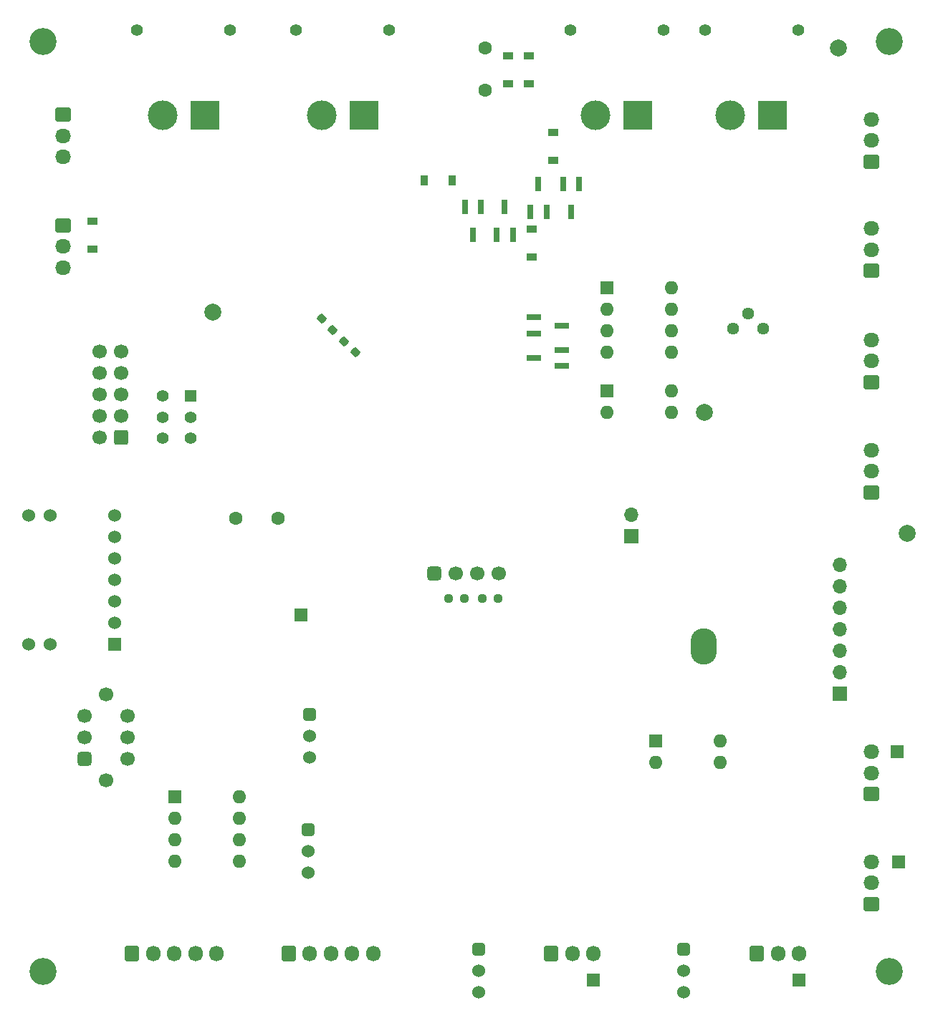
<source format=gbr>
%TF.GenerationSoftware,KiCad,Pcbnew,(6.0.11)*%
%TF.CreationDate,2023-12-12T02:53:41+09:00*%
%TF.ProjectId,Common_Control,436f6d6d-6f6e-45f4-936f-6e74726f6c2e,rev?*%
%TF.SameCoordinates,Original*%
%TF.FileFunction,Soldermask,Bot*%
%TF.FilePolarity,Negative*%
%FSLAX46Y46*%
G04 Gerber Fmt 4.6, Leading zero omitted, Abs format (unit mm)*
G04 Created by KiCad (PCBNEW (6.0.11)) date 2023-12-12 02:53:41*
%MOMM*%
%LPD*%
G01*
G04 APERTURE LIST*
G04 Aperture macros list*
%AMRoundRect*
0 Rectangle with rounded corners*
0 $1 Rounding radius*
0 $2 $3 $4 $5 $6 $7 $8 $9 X,Y pos of 4 corners*
0 Add a 4 corners polygon primitive as box body*
4,1,4,$2,$3,$4,$5,$6,$7,$8,$9,$2,$3,0*
0 Add four circle primitives for the rounded corners*
1,1,$1+$1,$2,$3*
1,1,$1+$1,$4,$5*
1,1,$1+$1,$6,$7*
1,1,$1+$1,$8,$9*
0 Add four rect primitives between the rounded corners*
20,1,$1+$1,$2,$3,$4,$5,0*
20,1,$1+$1,$4,$5,$6,$7,0*
20,1,$1+$1,$6,$7,$8,$9,0*
20,1,$1+$1,$8,$9,$2,$3,0*%
G04 Aperture macros list end*
%ADD10C,2.000000*%
%ADD11RoundRect,0.250000X-0.675000X0.600000X-0.675000X-0.600000X0.675000X-0.600000X0.675000X0.600000X0*%
%ADD12O,1.850000X1.700000*%
%ADD13RoundRect,0.425000X-0.425000X-0.425000X0.425000X-0.425000X0.425000X0.425000X-0.425000X0.425000X0*%
%ADD14C,1.700000*%
%ADD15C,1.400000*%
%ADD16R,3.500000X3.500000*%
%ADD17C,3.500000*%
%ADD18C,3.200000*%
%ADD19RoundRect,0.250000X0.675000X-0.600000X0.675000X0.600000X-0.675000X0.600000X-0.675000X-0.600000X0*%
%ADD20RoundRect,0.381000X-0.381000X-0.381000X0.381000X-0.381000X0.381000X0.381000X-0.381000X0.381000X0*%
%ADD21C,1.524000*%
%ADD22RoundRect,0.250000X-0.600000X-0.675000X0.600000X-0.675000X0.600000X0.675000X-0.600000X0.675000X0*%
%ADD23O,1.700000X1.850000*%
%ADD24C,1.600000*%
%ADD25R,1.700000X1.700000*%
%ADD26O,1.700000X1.700000*%
%ADD27RoundRect,0.425000X0.425000X0.425000X-0.425000X0.425000X-0.425000X-0.425000X0.425000X-0.425000X0*%
%ADD28R,1.400000X1.400000*%
%ADD29RoundRect,0.250000X0.600000X0.600000X-0.600000X0.600000X-0.600000X-0.600000X0.600000X-0.600000X0*%
%ADD30O,3.100000X4.300000*%
%ADD31R,1.600000X1.600000*%
%ADD32O,1.600000X1.600000*%
%ADD33R,1.524000X1.524000*%
%ADD34C,1.440000*%
%ADD35RoundRect,0.237500X-0.250000X-0.237500X0.250000X-0.237500X0.250000X0.237500X-0.250000X0.237500X0*%
%ADD36R,0.900000X1.200000*%
%ADD37R,1.500000X1.500000*%
%ADD38R,0.800000X1.800000*%
%ADD39R,1.800000X0.800000*%
%ADD40RoundRect,0.237500X-0.344715X0.008839X0.008839X-0.344715X0.344715X-0.008839X-0.008839X0.344715X0*%
%ADD41R,1.200000X0.900000*%
G04 APERTURE END LIST*
D10*
%TO.C,TP3*%
X196800000Y-96260000D03*
%TD*%
D11*
%TO.C,J20*%
X97100000Y-46720000D03*
D12*
X97100000Y-49220000D03*
X97100000Y-51720000D03*
%TD*%
D13*
%TO.C,U7*%
X140930000Y-100925000D03*
D14*
X143470000Y-100925000D03*
X146010000Y-100925000D03*
X148550000Y-100925000D03*
%TD*%
D15*
%TO.C,J5*%
X172940000Y-36735000D03*
X183940000Y-36735000D03*
D16*
X180940000Y-46735000D03*
D17*
X175940000Y-46735000D03*
%TD*%
D18*
%TO.C,H16*%
X94740000Y-38060000D03*
%TD*%
D19*
%TO.C,J19*%
X192590000Y-127060000D03*
D12*
X192590000Y-124560000D03*
X192590000Y-122060000D03*
%TD*%
D20*
%TO.C,SW16*%
X170440000Y-145410000D03*
D21*
X170440000Y-147950000D03*
X170440000Y-150490000D03*
%TD*%
D22*
%TO.C,J17*%
X179050000Y-145910000D03*
D23*
X181550000Y-145910000D03*
X184050000Y-145910000D03*
%TD*%
D15*
%TO.C,J2*%
X116820000Y-36735000D03*
X105820000Y-36735000D03*
D16*
X113820000Y-46735000D03*
D17*
X108820000Y-46735000D03*
%TD*%
D20*
%TO.C,SW7*%
X126220000Y-117610000D03*
D21*
X126220000Y-120150000D03*
X126220000Y-122690000D03*
%TD*%
D24*
%TO.C,C14*%
X146940000Y-43780000D03*
X146940000Y-38780000D03*
%TD*%
D25*
%TO.C,JP1*%
X164200000Y-96565000D03*
D26*
X164200000Y-94025000D03*
%TD*%
D10*
%TO.C,TP1*%
X114760000Y-70100000D03*
%TD*%
D19*
%TO.C,J9*%
X192590000Y-65170000D03*
D12*
X192590000Y-62670000D03*
X192590000Y-60170000D03*
%TD*%
D22*
%TO.C,J22*%
X105240000Y-145910000D03*
D23*
X107740000Y-145910000D03*
X110240000Y-145910000D03*
X112740000Y-145910000D03*
X115240000Y-145910000D03*
%TD*%
D14*
%TO.C,SW1*%
X102170000Y-125410000D03*
X102170000Y-115250000D03*
D27*
X99630000Y-122870000D03*
D14*
X99630000Y-120330000D03*
X99630000Y-117790000D03*
X104710000Y-122870000D03*
X104710000Y-120330000D03*
X104710000Y-117790000D03*
%TD*%
D19*
%TO.C,J10*%
X192590000Y-78350000D03*
D12*
X192590000Y-75850000D03*
X192590000Y-73350000D03*
%TD*%
D28*
%TO.C,SW5*%
X112180000Y-79972500D03*
D15*
X112180000Y-82472500D03*
X112180000Y-84972500D03*
X108880000Y-79972500D03*
X108880000Y-82472500D03*
X108880000Y-84972500D03*
%TD*%
D19*
%TO.C,J18*%
X192590000Y-140060000D03*
D12*
X192590000Y-137560000D03*
X192590000Y-135060000D03*
%TD*%
D29*
%TO.C,J7*%
X103937500Y-84850000D03*
D14*
X101397500Y-84850000D03*
X103937500Y-82310000D03*
X101397500Y-82310000D03*
X103937500Y-79770000D03*
X101397500Y-79770000D03*
X103937500Y-77230000D03*
X101397500Y-77230000D03*
X103937500Y-74690000D03*
X101397500Y-74690000D03*
%TD*%
D30*
%TO.C,U2*%
X172746007Y-109636712D03*
%TD*%
D25*
%TO.C,J1*%
X188840000Y-115210000D03*
D26*
X188840000Y-112670000D03*
X188840000Y-110130000D03*
X188840000Y-107590000D03*
X188840000Y-105050000D03*
X188840000Y-102510000D03*
X188840000Y-99970000D03*
%TD*%
D31*
%TO.C,U6*%
X161350000Y-67170000D03*
D32*
X161350000Y-69710000D03*
X161350000Y-72250000D03*
X161350000Y-74790000D03*
X168970000Y-74790000D03*
X168970000Y-72250000D03*
X168970000Y-69710000D03*
X168970000Y-67170000D03*
%TD*%
D20*
%TO.C,SW15*%
X146170000Y-145410000D03*
D21*
X146170000Y-147950000D03*
X146170000Y-150490000D03*
%TD*%
D19*
%TO.C,J11*%
X192590000Y-91360000D03*
D12*
X192590000Y-88860000D03*
X192590000Y-86360000D03*
%TD*%
D22*
%TO.C,J16*%
X154740000Y-145910000D03*
D23*
X157240000Y-145910000D03*
X159740000Y-145910000D03*
%TD*%
D31*
%TO.C,SW4*%
X167117428Y-120772700D03*
D32*
X167117428Y-123312700D03*
X174737428Y-123312700D03*
X174737428Y-120772700D03*
%TD*%
D10*
%TO.C,TP5*%
X188700000Y-38780000D03*
%TD*%
D31*
%TO.C,SW14*%
X161310000Y-79335000D03*
D32*
X161310000Y-81875000D03*
X168930000Y-81875000D03*
X168930000Y-79335000D03*
%TD*%
D15*
%TO.C,J4*%
X167990000Y-36735000D03*
X156990000Y-36735000D03*
D16*
X164990000Y-46735000D03*
D17*
X159990000Y-46735000D03*
%TD*%
D15*
%TO.C,J3*%
X124610000Y-36735000D03*
X135610000Y-36735000D03*
D16*
X132610000Y-46735000D03*
D17*
X127610000Y-46735000D03*
%TD*%
D11*
%TO.C,J21*%
X97070000Y-59790000D03*
D12*
X97070000Y-62290000D03*
X97070000Y-64790000D03*
%TD*%
D19*
%TO.C,J8*%
X192590000Y-52270000D03*
D12*
X192590000Y-49770000D03*
X192590000Y-47270000D03*
%TD*%
D31*
%TO.C,SW13*%
X110330000Y-127390000D03*
D32*
X110330000Y-129930000D03*
X110330000Y-132470000D03*
X110330000Y-135010000D03*
X117950000Y-135010000D03*
X117950000Y-132470000D03*
X117950000Y-129930000D03*
X117950000Y-127390000D03*
%TD*%
D21*
%TO.C,J6*%
X103190000Y-101705000D03*
X103190000Y-94085000D03*
D33*
X103190000Y-109325000D03*
D21*
X103190000Y-99165000D03*
X103190000Y-104245000D03*
X103190000Y-106785000D03*
X103190000Y-96625000D03*
X93030000Y-109325000D03*
X93030000Y-94085000D03*
X95570000Y-109325000D03*
X95570000Y-94085000D03*
%TD*%
D34*
%TO.C,RV1*%
X176203950Y-72005000D03*
X178000000Y-70208950D03*
X179796050Y-72005000D03*
%TD*%
D18*
%TO.C,H17*%
X194740000Y-148060000D03*
%TD*%
%TO.C,H15*%
X94740000Y-148060000D03*
%TD*%
D22*
%TO.C,J23*%
X123740000Y-145910000D03*
D23*
X126240000Y-145910000D03*
X128740000Y-145910000D03*
X131240000Y-145910000D03*
X133740000Y-145910000D03*
%TD*%
D20*
%TO.C,SW8*%
X126070000Y-131288000D03*
D21*
X126070000Y-133828000D03*
X126070000Y-136368000D03*
%TD*%
D10*
%TO.C,TP4*%
X172820000Y-81900000D03*
%TD*%
D18*
%TO.C,H14*%
X194740000Y-38060000D03*
%TD*%
D24*
%TO.C,C23*%
X117490000Y-94430000D03*
X122490000Y-94430000D03*
%TD*%
D35*
%TO.C,R62*%
X146647500Y-103940000D03*
X148472500Y-103940000D03*
%TD*%
D36*
%TO.C,D7*%
X139720000Y-54520000D03*
X143020000Y-54520000D03*
%TD*%
D37*
%TO.C,H10*%
X159750000Y-149030000D03*
%TD*%
D38*
%TO.C,Q10*%
X144540000Y-57640000D03*
X146440000Y-57640000D03*
X145490000Y-60940000D03*
%TD*%
D39*
%TO.C,Q19*%
X156040000Y-74520000D03*
X156040000Y-76420000D03*
X152740000Y-75470000D03*
%TD*%
D40*
%TO.C,R17*%
X130294765Y-73504765D03*
X131585235Y-74795235D03*
%TD*%
D37*
%TO.C,H13*%
X195600000Y-122020000D03*
%TD*%
D38*
%TO.C,Q12*%
X150210000Y-60940000D03*
X148310000Y-60940000D03*
X149260000Y-57640000D03*
%TD*%
%TO.C,Q7*%
X156180000Y-54910000D03*
X158080000Y-54910000D03*
X157130000Y-58210000D03*
%TD*%
D41*
%TO.C,D9*%
X152120000Y-43040000D03*
X152120000Y-39740000D03*
%TD*%
%TO.C,D8*%
X149620000Y-43040000D03*
X149620000Y-39740000D03*
%TD*%
D37*
%TO.C,H12*%
X195760000Y-135070000D03*
%TD*%
D38*
%TO.C,Q9*%
X154200000Y-58230000D03*
X152300000Y-58230000D03*
X153250000Y-54930000D03*
%TD*%
D40*
%TO.C,R16*%
X127654765Y-70844765D03*
X128945235Y-72135235D03*
%TD*%
D41*
%TO.C,D10*%
X152480000Y-60280000D03*
X152480000Y-63580000D03*
%TD*%
%TO.C,D3*%
X154990000Y-52130000D03*
X154990000Y-48830000D03*
%TD*%
%TO.C,D2*%
X100590000Y-62620000D03*
X100590000Y-59320000D03*
%TD*%
D37*
%TO.C,H6*%
X125200000Y-105850000D03*
%TD*%
%TO.C,H11*%
X184050000Y-149080000D03*
%TD*%
D35*
%TO.C,R61*%
X142647500Y-103940000D03*
X144472500Y-103940000D03*
%TD*%
D39*
%TO.C,Q16*%
X152730000Y-72580000D03*
X152730000Y-70680000D03*
X156030000Y-71630000D03*
%TD*%
M02*

</source>
